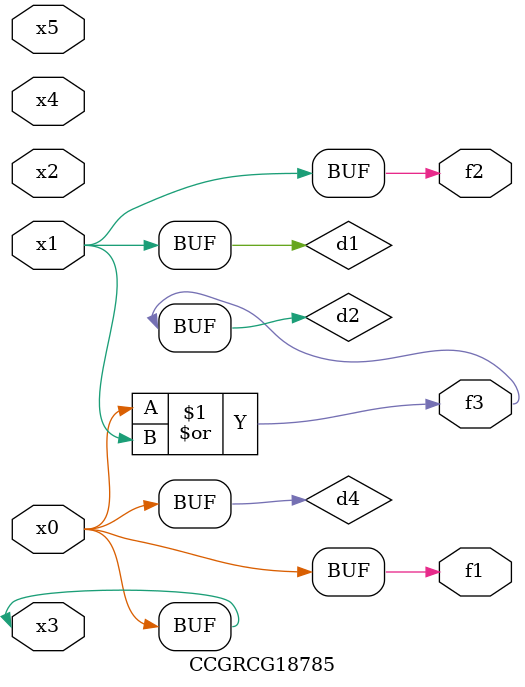
<source format=v>
module CCGRCG18785(
	input x0, x1, x2, x3, x4, x5,
	output f1, f2, f3
);

	wire d1, d2, d3, d4;

	and (d1, x1);
	or (d2, x0, x1);
	nand (d3, x0, x5);
	buf (d4, x0, x3);
	assign f1 = d4;
	assign f2 = d1;
	assign f3 = d2;
endmodule

</source>
